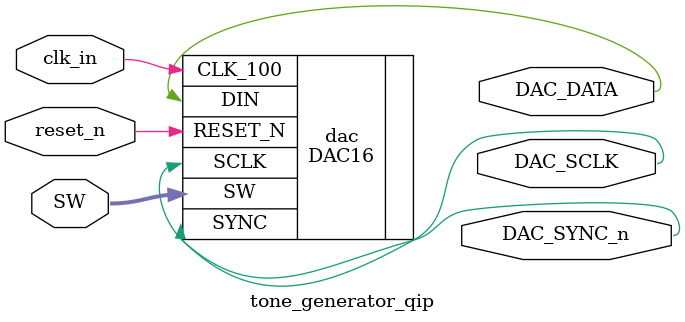
<source format=v>
module tone_generator_qip(


		input 		          		clk_in,
		input 		          		reset_n,
		//////////// DAC //////////
	output 		          		DAC_DATA,
	output		          		DAC_SCLK,
	output		          		DAC_SYNC_n,
	input 		     [4:0]		SW
		
		

);

	DAC16 dac (
   .RESET_N (reset_n) , 
   .CLK_100  (clk_in) ,
   .DIN     (DAC_DATA ),
   .SCLK    (DAC_SCLK ),
   .SYNC    (DAC_SYNC_n),
   .SW      (SW[4:0])
 );
 
 
endmodule
</source>
